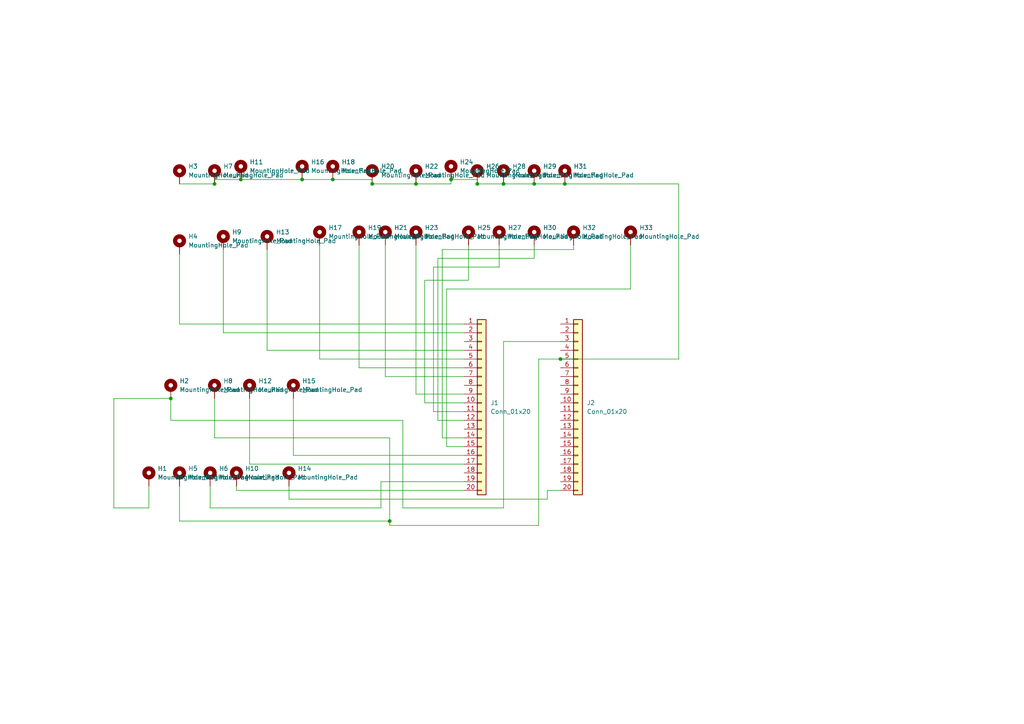
<source format=kicad_sch>
(kicad_sch (version 20211123) (generator eeschema)

  (uuid 8b7a1c63-49d3-4820-9a96-241e3e290ad9)

  (paper "A4")

  (lib_symbols
    (symbol "Connector_Generic:Conn_01x20" (pin_names (offset 1.016) hide) (in_bom yes) (on_board yes)
      (property "Reference" "J" (id 0) (at 0 25.4 0)
        (effects (font (size 1.27 1.27)))
      )
      (property "Value" "Conn_01x20" (id 1) (at 0 -27.94 0)
        (effects (font (size 1.27 1.27)))
      )
      (property "Footprint" "" (id 2) (at 0 0 0)
        (effects (font (size 1.27 1.27)) hide)
      )
      (property "Datasheet" "~" (id 3) (at 0 0 0)
        (effects (font (size 1.27 1.27)) hide)
      )
      (property "ki_keywords" "connector" (id 4) (at 0 0 0)
        (effects (font (size 1.27 1.27)) hide)
      )
      (property "ki_description" "Generic connector, single row, 01x20, script generated (kicad-library-utils/schlib/autogen/connector/)" (id 5) (at 0 0 0)
        (effects (font (size 1.27 1.27)) hide)
      )
      (property "ki_fp_filters" "Connector*:*_1x??_*" (id 6) (at 0 0 0)
        (effects (font (size 1.27 1.27)) hide)
      )
      (symbol "Conn_01x20_1_1"
        (rectangle (start -1.27 -25.273) (end 0 -25.527)
          (stroke (width 0.1524) (type default) (color 0 0 0 0))
          (fill (type none))
        )
        (rectangle (start -1.27 -22.733) (end 0 -22.987)
          (stroke (width 0.1524) (type default) (color 0 0 0 0))
          (fill (type none))
        )
        (rectangle (start -1.27 -20.193) (end 0 -20.447)
          (stroke (width 0.1524) (type default) (color 0 0 0 0))
          (fill (type none))
        )
        (rectangle (start -1.27 -17.653) (end 0 -17.907)
          (stroke (width 0.1524) (type default) (color 0 0 0 0))
          (fill (type none))
        )
        (rectangle (start -1.27 -15.113) (end 0 -15.367)
          (stroke (width 0.1524) (type default) (color 0 0 0 0))
          (fill (type none))
        )
        (rectangle (start -1.27 -12.573) (end 0 -12.827)
          (stroke (width 0.1524) (type default) (color 0 0 0 0))
          (fill (type none))
        )
        (rectangle (start -1.27 -10.033) (end 0 -10.287)
          (stroke (width 0.1524) (type default) (color 0 0 0 0))
          (fill (type none))
        )
        (rectangle (start -1.27 -7.493) (end 0 -7.747)
          (stroke (width 0.1524) (type default) (color 0 0 0 0))
          (fill (type none))
        )
        (rectangle (start -1.27 -4.953) (end 0 -5.207)
          (stroke (width 0.1524) (type default) (color 0 0 0 0))
          (fill (type none))
        )
        (rectangle (start -1.27 -2.413) (end 0 -2.667)
          (stroke (width 0.1524) (type default) (color 0 0 0 0))
          (fill (type none))
        )
        (rectangle (start -1.27 0.127) (end 0 -0.127)
          (stroke (width 0.1524) (type default) (color 0 0 0 0))
          (fill (type none))
        )
        (rectangle (start -1.27 2.667) (end 0 2.413)
          (stroke (width 0.1524) (type default) (color 0 0 0 0))
          (fill (type none))
        )
        (rectangle (start -1.27 5.207) (end 0 4.953)
          (stroke (width 0.1524) (type default) (color 0 0 0 0))
          (fill (type none))
        )
        (rectangle (start -1.27 7.747) (end 0 7.493)
          (stroke (width 0.1524) (type default) (color 0 0 0 0))
          (fill (type none))
        )
        (rectangle (start -1.27 10.287) (end 0 10.033)
          (stroke (width 0.1524) (type default) (color 0 0 0 0))
          (fill (type none))
        )
        (rectangle (start -1.27 12.827) (end 0 12.573)
          (stroke (width 0.1524) (type default) (color 0 0 0 0))
          (fill (type none))
        )
        (rectangle (start -1.27 15.367) (end 0 15.113)
          (stroke (width 0.1524) (type default) (color 0 0 0 0))
          (fill (type none))
        )
        (rectangle (start -1.27 17.907) (end 0 17.653)
          (stroke (width 0.1524) (type default) (color 0 0 0 0))
          (fill (type none))
        )
        (rectangle (start -1.27 20.447) (end 0 20.193)
          (stroke (width 0.1524) (type default) (color 0 0 0 0))
          (fill (type none))
        )
        (rectangle (start -1.27 22.987) (end 0 22.733)
          (stroke (width 0.1524) (type default) (color 0 0 0 0))
          (fill (type none))
        )
        (rectangle (start -1.27 24.13) (end 1.27 -26.67)
          (stroke (width 0.254) (type default) (color 0 0 0 0))
          (fill (type background))
        )
        (pin passive line (at -5.08 22.86 0) (length 3.81)
          (name "Pin_1" (effects (font (size 1.27 1.27))))
          (number "1" (effects (font (size 1.27 1.27))))
        )
        (pin passive line (at -5.08 0 0) (length 3.81)
          (name "Pin_10" (effects (font (size 1.27 1.27))))
          (number "10" (effects (font (size 1.27 1.27))))
        )
        (pin passive line (at -5.08 -2.54 0) (length 3.81)
          (name "Pin_11" (effects (font (size 1.27 1.27))))
          (number "11" (effects (font (size 1.27 1.27))))
        )
        (pin passive line (at -5.08 -5.08 0) (length 3.81)
          (name "Pin_12" (effects (font (size 1.27 1.27))))
          (number "12" (effects (font (size 1.27 1.27))))
        )
        (pin passive line (at -5.08 -7.62 0) (length 3.81)
          (name "Pin_13" (effects (font (size 1.27 1.27))))
          (number "13" (effects (font (size 1.27 1.27))))
        )
        (pin passive line (at -5.08 -10.16 0) (length 3.81)
          (name "Pin_14" (effects (font (size 1.27 1.27))))
          (number "14" (effects (font (size 1.27 1.27))))
        )
        (pin passive line (at -5.08 -12.7 0) (length 3.81)
          (name "Pin_15" (effects (font (size 1.27 1.27))))
          (number "15" (effects (font (size 1.27 1.27))))
        )
        (pin passive line (at -5.08 -15.24 0) (length 3.81)
          (name "Pin_16" (effects (font (size 1.27 1.27))))
          (number "16" (effects (font (size 1.27 1.27))))
        )
        (pin passive line (at -5.08 -17.78 0) (length 3.81)
          (name "Pin_17" (effects (font (size 1.27 1.27))))
          (number "17" (effects (font (size 1.27 1.27))))
        )
        (pin passive line (at -5.08 -20.32 0) (length 3.81)
          (name "Pin_18" (effects (font (size 1.27 1.27))))
          (number "18" (effects (font (size 1.27 1.27))))
        )
        (pin passive line (at -5.08 -22.86 0) (length 3.81)
          (name "Pin_19" (effects (font (size 1.27 1.27))))
          (number "19" (effects (font (size 1.27 1.27))))
        )
        (pin passive line (at -5.08 20.32 0) (length 3.81)
          (name "Pin_2" (effects (font (size 1.27 1.27))))
          (number "2" (effects (font (size 1.27 1.27))))
        )
        (pin passive line (at -5.08 -25.4 0) (length 3.81)
          (name "Pin_20" (effects (font (size 1.27 1.27))))
          (number "20" (effects (font (size 1.27 1.27))))
        )
        (pin passive line (at -5.08 17.78 0) (length 3.81)
          (name "Pin_3" (effects (font (size 1.27 1.27))))
          (number "3" (effects (font (size 1.27 1.27))))
        )
        (pin passive line (at -5.08 15.24 0) (length 3.81)
          (name "Pin_4" (effects (font (size 1.27 1.27))))
          (number "4" (effects (font (size 1.27 1.27))))
        )
        (pin passive line (at -5.08 12.7 0) (length 3.81)
          (name "Pin_5" (effects (font (size 1.27 1.27))))
          (number "5" (effects (font (size 1.27 1.27))))
        )
        (pin passive line (at -5.08 10.16 0) (length 3.81)
          (name "Pin_6" (effects (font (size 1.27 1.27))))
          (number "6" (effects (font (size 1.27 1.27))))
        )
        (pin passive line (at -5.08 7.62 0) (length 3.81)
          (name "Pin_7" (effects (font (size 1.27 1.27))))
          (number "7" (effects (font (size 1.27 1.27))))
        )
        (pin passive line (at -5.08 5.08 0) (length 3.81)
          (name "Pin_8" (effects (font (size 1.27 1.27))))
          (number "8" (effects (font (size 1.27 1.27))))
        )
        (pin passive line (at -5.08 2.54 0) (length 3.81)
          (name "Pin_9" (effects (font (size 1.27 1.27))))
          (number "9" (effects (font (size 1.27 1.27))))
        )
      )
    )
    (symbol "Mechanical:MountingHole_Pad" (pin_numbers hide) (pin_names (offset 1.016) hide) (in_bom yes) (on_board yes)
      (property "Reference" "H" (id 0) (at 0 6.35 0)
        (effects (font (size 1.27 1.27)))
      )
      (property "Value" "MountingHole_Pad" (id 1) (at 0 4.445 0)
        (effects (font (size 1.27 1.27)))
      )
      (property "Footprint" "" (id 2) (at 0 0 0)
        (effects (font (size 1.27 1.27)) hide)
      )
      (property "Datasheet" "~" (id 3) (at 0 0 0)
        (effects (font (size 1.27 1.27)) hide)
      )
      (property "ki_keywords" "mounting hole" (id 4) (at 0 0 0)
        (effects (font (size 1.27 1.27)) hide)
      )
      (property "ki_description" "Mounting Hole with connection" (id 5) (at 0 0 0)
        (effects (font (size 1.27 1.27)) hide)
      )
      (property "ki_fp_filters" "MountingHole*Pad*" (id 6) (at 0 0 0)
        (effects (font (size 1.27 1.27)) hide)
      )
      (symbol "MountingHole_Pad_0_1"
        (circle (center 0 1.27) (radius 1.27)
          (stroke (width 1.27) (type default) (color 0 0 0 0))
          (fill (type none))
        )
      )
      (symbol "MountingHole_Pad_1_1"
        (pin input line (at 0 -2.54 90) (length 2.54)
          (name "1" (effects (font (size 1.27 1.27))))
          (number "1" (effects (font (size 1.27 1.27))))
        )
      )
    )
  )


  (junction (at 130.81 52.07) (diameter 0) (color 0 0 0 0)
    (uuid 28618b01-0333-4c2f-8d06-2f07f83349b2)
  )
  (junction (at 163.83 53.34) (diameter 0) (color 0 0 0 0)
    (uuid 5b075e6e-138f-4af3-a6e2-73ca2ff62f09)
  )
  (junction (at 69.85 52.07) (diameter 0) (color 0 0 0 0)
    (uuid 5d45fdd0-ab39-496f-82d9-6172419b2694)
  )
  (junction (at 87.63 52.07) (diameter 0) (color 0 0 0 0)
    (uuid 78a5fffd-c64e-4f1d-ab43-5ae3e5972e36)
  )
  (junction (at 120.65 53.34) (diameter 0) (color 0 0 0 0)
    (uuid 7aa2c957-4090-45c6-a89f-b6a4aabb789f)
  )
  (junction (at 146.05 53.34) (diameter 0) (color 0 0 0 0)
    (uuid 8e1ac968-607e-453c-8990-f94404a4bf36)
  )
  (junction (at 113.03 151.13) (diameter 0) (color 0 0 0 0)
    (uuid 956c64e8-5fcd-41f2-82f8-0e8fe277279a)
  )
  (junction (at 49.53 115.57) (diameter 0) (color 0 0 0 0)
    (uuid 97b3a799-1a25-4756-9efc-6e847610ea30)
  )
  (junction (at 138.43 53.34) (diameter 0) (color 0 0 0 0)
    (uuid 98586a54-f85c-4454-b9a3-e2428f5c4297)
  )
  (junction (at 62.23 53.34) (diameter 0) (color 0 0 0 0)
    (uuid a90cf8e8-546f-4410-8573-296c2dfd75d5)
  )
  (junction (at 107.95 53.34) (diameter 0) (color 0 0 0 0)
    (uuid b11815fd-8572-4c5d-9829-575f7a25f354)
  )
  (junction (at 154.94 53.34) (diameter 0) (color 0 0 0 0)
    (uuid b7bfd901-b9d5-462a-9592-2ec22cea9a5a)
  )
  (junction (at 96.52 52.07) (diameter 0) (color 0 0 0 0)
    (uuid d153d16b-7860-4b5e-87ac-adcaa6e1b6c3)
  )
  (junction (at 162.56 104.14) (diameter 0) (color 0 0 0 0)
    (uuid e5b550b3-0781-4e2c-b654-02eab12ac3b1)
  )

  (wire (pts (xy 64.77 72.39) (xy 64.77 96.52))
    (stroke (width 0) (type default) (color 0 0 0 0))
    (uuid 0047c764-c116-4eab-90ef-5461cfeb8af7)
  )
  (wire (pts (xy 110.49 139.7) (xy 134.62 139.7))
    (stroke (width 0) (type default) (color 0 0 0 0))
    (uuid 015ff933-6543-4ffa-87a4-99047957e871)
  )
  (wire (pts (xy 72.39 115.57) (xy 72.39 134.62))
    (stroke (width 0) (type default) (color 0 0 0 0))
    (uuid 01826625-d734-4ffc-b656-c70668f823b3)
  )
  (wire (pts (xy 113.03 152.4) (xy 156.21 152.4))
    (stroke (width 0) (type default) (color 0 0 0 0))
    (uuid 024fdc3a-b981-4011-86a0-0b56ac04c4d6)
  )
  (wire (pts (xy 52.07 140.97) (xy 52.07 151.13))
    (stroke (width 0) (type default) (color 0 0 0 0))
    (uuid 08794e2c-b373-409a-933f-b7d231c5bc8e)
  )
  (wire (pts (xy 123.19 81.28) (xy 123.19 116.84))
    (stroke (width 0) (type default) (color 0 0 0 0))
    (uuid 0883072d-cb86-4fa3-bd91-009bf799abe7)
  )
  (wire (pts (xy 144.78 77.47) (xy 125.73 77.47))
    (stroke (width 0) (type default) (color 0 0 0 0))
    (uuid 08a568fb-3372-4053-a4a3-e5246daa915c)
  )
  (wire (pts (xy 162.56 99.06) (xy 146.05 99.06))
    (stroke (width 0) (type default) (color 0 0 0 0))
    (uuid 08f88602-d400-4ca3-a067-8d4a9b3f019d)
  )
  (wire (pts (xy 120.65 53.34) (xy 130.81 53.34))
    (stroke (width 0) (type default) (color 0 0 0 0))
    (uuid 0d7a4128-369c-4dc7-b6af-ca563dfc6031)
  )
  (wire (pts (xy 52.07 53.34) (xy 62.23 53.34))
    (stroke (width 0) (type default) (color 0 0 0 0))
    (uuid 17ea01a5-3cd2-481a-8cca-fd4be7d5b714)
  )
  (wire (pts (xy 104.14 106.68) (xy 134.62 106.68))
    (stroke (width 0) (type default) (color 0 0 0 0))
    (uuid 1d79d2ec-d2ff-4e10-9595-974f9bee8e52)
  )
  (wire (pts (xy 69.85 52.07) (xy 87.63 52.07))
    (stroke (width 0) (type default) (color 0 0 0 0))
    (uuid 229a6a53-8493-422f-abec-1fad3a48e267)
  )
  (wire (pts (xy 182.88 83.82) (xy 129.54 83.82))
    (stroke (width 0) (type default) (color 0 0 0 0))
    (uuid 2d0ebee5-b2a9-4748-abe1-66d155d2d12b)
  )
  (wire (pts (xy 130.81 52.07) (xy 138.43 52.07))
    (stroke (width 0) (type default) (color 0 0 0 0))
    (uuid 2d602a0e-4aa3-4cf9-b7c3-24a62ec1c3e9)
  )
  (wire (pts (xy 163.83 53.34) (xy 196.85 53.34))
    (stroke (width 0) (type default) (color 0 0 0 0))
    (uuid 2db19bc9-4a5a-40ac-8a40-794fe6b1ea35)
  )
  (wire (pts (xy 92.71 71.12) (xy 92.71 104.14))
    (stroke (width 0) (type default) (color 0 0 0 0))
    (uuid 30549ec2-8ecc-4cab-a4d5-bc2b5d273432)
  )
  (wire (pts (xy 111.76 109.22) (xy 134.62 109.22))
    (stroke (width 0) (type default) (color 0 0 0 0))
    (uuid 312f2f30-abbb-4ed8-b653-305c56396579)
  )
  (wire (pts (xy 33.02 115.57) (xy 33.02 147.32))
    (stroke (width 0) (type default) (color 0 0 0 0))
    (uuid 38ca33a1-946a-46b6-bc0e-02562e2534c6)
  )
  (wire (pts (xy 156.21 104.14) (xy 162.56 104.14))
    (stroke (width 0) (type default) (color 0 0 0 0))
    (uuid 3999d030-1ff1-4e5c-96f0-038a9f7ad9e6)
  )
  (wire (pts (xy 107.95 53.34) (xy 120.65 53.34))
    (stroke (width 0) (type default) (color 0 0 0 0))
    (uuid 40602046-6a88-41e9-9644-3ca987ed1ebc)
  )
  (wire (pts (xy 156.21 152.4) (xy 156.21 104.14))
    (stroke (width 0) (type default) (color 0 0 0 0))
    (uuid 4070d111-216c-4227-be9b-b2df8a7611be)
  )
  (wire (pts (xy 92.71 104.14) (xy 134.62 104.14))
    (stroke (width 0) (type default) (color 0 0 0 0))
    (uuid 4256a3c5-c5dd-4771-a83a-d6fa79f7d841)
  )
  (wire (pts (xy 85.09 132.08) (xy 85.09 115.57))
    (stroke (width 0) (type default) (color 0 0 0 0))
    (uuid 43deaf69-1202-41a5-93b8-f30b532a5bc3)
  )
  (wire (pts (xy 135.89 81.28) (xy 123.19 81.28))
    (stroke (width 0) (type default) (color 0 0 0 0))
    (uuid 474e87ad-0008-4e58-9133-5caab3e38471)
  )
  (wire (pts (xy 110.49 147.32) (xy 110.49 139.7))
    (stroke (width 0) (type default) (color 0 0 0 0))
    (uuid 49b6b0ca-6c94-414a-a68e-c80e522c7991)
  )
  (wire (pts (xy 166.37 71.12) (xy 166.37 72.39))
    (stroke (width 0) (type default) (color 0 0 0 0))
    (uuid 49ef53c2-f9ce-4317-b06f-2aa0bf5e89b6)
  )
  (wire (pts (xy 128.27 72.39) (xy 128.27 127))
    (stroke (width 0) (type default) (color 0 0 0 0))
    (uuid 4d685352-421c-4af5-a999-316001390071)
  )
  (wire (pts (xy 96.52 52.07) (xy 107.95 52.07))
    (stroke (width 0) (type default) (color 0 0 0 0))
    (uuid 4edad574-7218-4723-be8b-d6c1ac25f4a1)
  )
  (wire (pts (xy 146.05 99.06) (xy 146.05 147.32))
    (stroke (width 0) (type default) (color 0 0 0 0))
    (uuid 5474a965-0355-4dd6-a4ee-89c35e5b8101)
  )
  (wire (pts (xy 123.19 116.84) (xy 134.62 116.84))
    (stroke (width 0) (type default) (color 0 0 0 0))
    (uuid 5621772a-469e-481d-ab55-48046bc50794)
  )
  (wire (pts (xy 62.23 115.57) (xy 62.23 127))
    (stroke (width 0) (type default) (color 0 0 0 0))
    (uuid 5acb3fe7-03cc-4b24-9cb3-621dbc63e4e6)
  )
  (wire (pts (xy 116.84 121.92) (xy 49.53 121.92))
    (stroke (width 0) (type default) (color 0 0 0 0))
    (uuid 5c14e1d1-845c-4852-9e0e-907719c65518)
  )
  (wire (pts (xy 69.85 52.07) (xy 62.23 52.07))
    (stroke (width 0) (type default) (color 0 0 0 0))
    (uuid 5c3f327e-8df7-4aff-b06f-a6fa73476184)
  )
  (wire (pts (xy 128.27 127) (xy 134.62 127))
    (stroke (width 0) (type default) (color 0 0 0 0))
    (uuid 5c73cb55-f61e-4ff4-8d93-f4a73b92dad5)
  )
  (wire (pts (xy 83.82 144.78) (xy 158.75 144.78))
    (stroke (width 0) (type default) (color 0 0 0 0))
    (uuid 5c9c9e9d-a8d3-445c-a50a-5d5fd6408942)
  )
  (wire (pts (xy 154.94 53.34) (xy 163.83 53.34))
    (stroke (width 0) (type default) (color 0 0 0 0))
    (uuid 5d5193fe-cdcf-437e-b7bb-f68c6a4b5eb9)
  )
  (wire (pts (xy 113.03 151.13) (xy 113.03 152.4))
    (stroke (width 0) (type default) (color 0 0 0 0))
    (uuid 60ed7586-ad65-4add-89e1-661a20545ef3)
  )
  (wire (pts (xy 129.54 129.54) (xy 134.62 129.54))
    (stroke (width 0) (type default) (color 0 0 0 0))
    (uuid 69bdff19-b0e7-42be-a7a3-302a829d4317)
  )
  (wire (pts (xy 134.62 132.08) (xy 85.09 132.08))
    (stroke (width 0) (type default) (color 0 0 0 0))
    (uuid 69e05e65-a067-4f5c-aaaf-407b880128c7)
  )
  (wire (pts (xy 107.95 52.07) (xy 107.95 53.34))
    (stroke (width 0) (type default) (color 0 0 0 0))
    (uuid 6acbda28-d2f3-4c24-9519-e6a4c6ef8311)
  )
  (wire (pts (xy 62.23 127) (xy 113.03 127))
    (stroke (width 0) (type default) (color 0 0 0 0))
    (uuid 6cac84ae-dd61-4c8a-99a3-ee34d6534e3d)
  )
  (wire (pts (xy 68.58 142.24) (xy 134.62 142.24))
    (stroke (width 0) (type default) (color 0 0 0 0))
    (uuid 788826a3-a6bd-4293-af82-96bf59cceb15)
  )
  (wire (pts (xy 127 121.92) (xy 134.62 121.92))
    (stroke (width 0) (type default) (color 0 0 0 0))
    (uuid 7ff5a00b-ec86-4d8d-99cb-95fd60cd3c63)
  )
  (wire (pts (xy 158.75 142.24) (xy 162.56 142.24))
    (stroke (width 0) (type default) (color 0 0 0 0))
    (uuid 84020583-c002-4021-9db8-51dae86ee13e)
  )
  (wire (pts (xy 166.37 72.39) (xy 128.27 72.39))
    (stroke (width 0) (type default) (color 0 0 0 0))
    (uuid 8ba590f0-411e-4758-a094-89f548c9b6b1)
  )
  (wire (pts (xy 158.75 144.78) (xy 158.75 142.24))
    (stroke (width 0) (type default) (color 0 0 0 0))
    (uuid 916490c4-a4e9-46c4-bc6c-c9e8e382b9b7)
  )
  (wire (pts (xy 33.02 147.32) (xy 43.18 147.32))
    (stroke (width 0) (type default) (color 0 0 0 0))
    (uuid 94ada793-9a3b-4a38-bf60-29ccd34680a6)
  )
  (wire (pts (xy 72.39 134.62) (xy 134.62 134.62))
    (stroke (width 0) (type default) (color 0 0 0 0))
    (uuid 952c386d-30de-4fea-881c-3474fd2b8002)
  )
  (wire (pts (xy 120.65 71.12) (xy 120.65 114.3))
    (stroke (width 0) (type default) (color 0 0 0 0))
    (uuid 980fba2d-d510-47d3-8bcc-e4275b39d092)
  )
  (wire (pts (xy 52.07 151.13) (xy 113.03 151.13))
    (stroke (width 0) (type default) (color 0 0 0 0))
    (uuid 9c21c541-92ab-45ac-91dc-c1b2a4f42a4b)
  )
  (wire (pts (xy 104.14 71.12) (xy 104.14 106.68))
    (stroke (width 0) (type default) (color 0 0 0 0))
    (uuid 9c66efff-15ad-4784-8bd3-22c63efc8703)
  )
  (wire (pts (xy 111.76 71.12) (xy 111.76 109.22))
    (stroke (width 0) (type default) (color 0 0 0 0))
    (uuid 9d4a0dc3-c365-48d6-b032-e80b0464ac49)
  )
  (wire (pts (xy 49.53 115.57) (xy 33.02 115.57))
    (stroke (width 0) (type default) (color 0 0 0 0))
    (uuid 9d819fbf-a106-452d-9765-454bcdfed4b1)
  )
  (wire (pts (xy 43.18 147.32) (xy 43.18 140.97))
    (stroke (width 0) (type default) (color 0 0 0 0))
    (uuid 9fe6d7bd-08ae-4346-b4b1-9d03922effe7)
  )
  (wire (pts (xy 64.77 96.52) (xy 134.62 96.52))
    (stroke (width 0) (type default) (color 0 0 0 0))
    (uuid a17eeab9-661c-4336-a77b-a7457363284a)
  )
  (wire (pts (xy 77.47 72.39) (xy 77.47 101.6))
    (stroke (width 0) (type default) (color 0 0 0 0))
    (uuid a3c46f6d-3677-4f84-93bf-ae41922e23ee)
  )
  (wire (pts (xy 125.73 119.38) (xy 134.62 119.38))
    (stroke (width 0) (type default) (color 0 0 0 0))
    (uuid a786b090-1a03-4745-8d98-939f07753f3e)
  )
  (wire (pts (xy 62.23 52.07) (xy 62.23 53.34))
    (stroke (width 0) (type default) (color 0 0 0 0))
    (uuid aa79bafa-72c2-4b74-a299-eee394cb0462)
  )
  (wire (pts (xy 125.73 77.47) (xy 125.73 119.38))
    (stroke (width 0) (type default) (color 0 0 0 0))
    (uuid ab32a575-544e-4324-899f-012b63633b60)
  )
  (wire (pts (xy 60.96 140.97) (xy 60.96 147.32))
    (stroke (width 0) (type default) (color 0 0 0 0))
    (uuid aecd1810-b88b-49ac-b2a0-9fca0a2f8bf0)
  )
  (wire (pts (xy 120.65 114.3) (xy 134.62 114.3))
    (stroke (width 0) (type default) (color 0 0 0 0))
    (uuid b18eca44-8f16-418c-8616-d4c9403ad513)
  )
  (wire (pts (xy 116.84 147.32) (xy 116.84 121.92))
    (stroke (width 0) (type default) (color 0 0 0 0))
    (uuid b23458b8-243d-40b1-bfd7-7d87b35a3cb5)
  )
  (wire (pts (xy 87.63 52.07) (xy 96.52 52.07))
    (stroke (width 0) (type default) (color 0 0 0 0))
    (uuid b498c651-49fb-4d1c-8331-471f7566b0d9)
  )
  (wire (pts (xy 49.53 121.92) (xy 49.53 115.57))
    (stroke (width 0) (type default) (color 0 0 0 0))
    (uuid b76c20bf-15d7-40ea-a5a8-4c9a7c867c6d)
  )
  (wire (pts (xy 154.94 74.93) (xy 127 74.93))
    (stroke (width 0) (type default) (color 0 0 0 0))
    (uuid c013ec2a-7576-47ab-ad42-6a7a798358a6)
  )
  (wire (pts (xy 196.85 104.14) (xy 162.56 104.14))
    (stroke (width 0) (type default) (color 0 0 0 0))
    (uuid c5ce89e8-f496-4685-8f7d-48e969debde0)
  )
  (wire (pts (xy 68.58 140.97) (xy 68.58 142.24))
    (stroke (width 0) (type default) (color 0 0 0 0))
    (uuid c756c0d0-04a9-4699-95b2-47e44769794a)
  )
  (wire (pts (xy 130.81 53.34) (xy 130.81 52.07))
    (stroke (width 0) (type default) (color 0 0 0 0))
    (uuid cd3f2e40-11a7-4755-9d69-7eca12dada35)
  )
  (wire (pts (xy 83.82 140.97) (xy 83.82 144.78))
    (stroke (width 0) (type default) (color 0 0 0 0))
    (uuid d0809410-7a57-4934-8d53-99864c6dfd39)
  )
  (wire (pts (xy 138.43 53.34) (xy 146.05 53.34))
    (stroke (width 0) (type default) (color 0 0 0 0))
    (uuid d98c131f-e1ea-44a8-8d3a-314757c76ae3)
  )
  (wire (pts (xy 52.07 93.98) (xy 134.62 93.98))
    (stroke (width 0) (type default) (color 0 0 0 0))
    (uuid dd776f47-f6ce-4152-9c50-8b303b37c78b)
  )
  (wire (pts (xy 154.94 71.12) (xy 154.94 74.93))
    (stroke (width 0) (type default) (color 0 0 0 0))
    (uuid de1450f9-b8cb-46a0-9cde-87a346bcbbaa)
  )
  (wire (pts (xy 77.47 101.6) (xy 134.62 101.6))
    (stroke (width 0) (type default) (color 0 0 0 0))
    (uuid df80813f-a589-43e2-add3-bab9e69c9dff)
  )
  (wire (pts (xy 144.78 71.12) (xy 144.78 77.47))
    (stroke (width 0) (type default) (color 0 0 0 0))
    (uuid e08650d3-cd1e-4699-bf7d-8c337b416268)
  )
  (wire (pts (xy 182.88 71.12) (xy 182.88 83.82))
    (stroke (width 0) (type default) (color 0 0 0 0))
    (uuid e3e6dce3-948d-42ca-a757-22f4f199dc2d)
  )
  (wire (pts (xy 135.89 71.12) (xy 135.89 81.28))
    (stroke (width 0) (type default) (color 0 0 0 0))
    (uuid eb1a2b6e-7bdf-43e7-809b-3bf37dac683c)
  )
  (wire (pts (xy 146.05 147.32) (xy 116.84 147.32))
    (stroke (width 0) (type default) (color 0 0 0 0))
    (uuid eb6cf9e7-0756-4ce0-a3f8-923a787d2592)
  )
  (wire (pts (xy 196.85 53.34) (xy 196.85 104.14))
    (stroke (width 0) (type default) (color 0 0 0 0))
    (uuid ec5f8e3d-389a-4d74-a751-ebc71482ea53)
  )
  (wire (pts (xy 113.03 127) (xy 113.03 151.13))
    (stroke (width 0) (type default) (color 0 0 0 0))
    (uuid ec7f69f0-ae0e-480f-8919-ee1249575d33)
  )
  (wire (pts (xy 146.05 53.34) (xy 154.94 53.34))
    (stroke (width 0) (type default) (color 0 0 0 0))
    (uuid ec860820-8fb2-42b3-bb5d-b3c4f9ffe31e)
  )
  (wire (pts (xy 138.43 52.07) (xy 138.43 53.34))
    (stroke (width 0) (type default) (color 0 0 0 0))
    (uuid f4a59f93-2475-4fe5-9291-3f2816ad2fcc)
  )
  (wire (pts (xy 129.54 83.82) (xy 129.54 129.54))
    (stroke (width 0) (type default) (color 0 0 0 0))
    (uuid f6284ecc-2477-45a8-95b9-98a5ee608eef)
  )
  (wire (pts (xy 52.07 73.66) (xy 52.07 93.98))
    (stroke (width 0) (type default) (color 0 0 0 0))
    (uuid f7de5234-c5bb-4367-99df-942b2919eb1b)
  )
  (wire (pts (xy 60.96 147.32) (xy 110.49 147.32))
    (stroke (width 0) (type default) (color 0 0 0 0))
    (uuid f90f0826-cb24-4d66-9479-e0a797e3f4a3)
  )
  (wire (pts (xy 127 74.93) (xy 127 121.92))
    (stroke (width 0) (type default) (color 0 0 0 0))
    (uuid fecb0dfc-09a1-4bd3-abf5-ff2a0931d0f2)
  )

  (symbol (lib_id "Mechanical:MountingHole_Pad") (at 135.89 68.58 0) (unit 1)
    (in_bom yes) (on_board yes) (fields_autoplaced)
    (uuid 01866e7d-1bd8-4a82-a125-1c9649340889)
    (property "Reference" "H25" (id 0) (at 138.43 66.0399 0)
      (effects (font (size 1.27 1.27)) (justify left))
    )
    (property "Value" "MountingHole_Pad" (id 1) (at 138.43 68.5799 0)
      (effects (font (size 1.27 1.27)) (justify left))
    )
    (property "Footprint" "MountingHole:MountingHole_2.1mm" (id 2) (at 135.89 68.58 0)
      (effects (font (size 1.27 1.27)) hide)
    )
    (property "Datasheet" "~" (id 3) (at 135.89 68.58 0)
      (effects (font (size 1.27 1.27)) hide)
    )
    (pin "1" (uuid b0037cc3-9614-4988-b6d4-b2a969a9930d))
  )

  (symbol (lib_id "Mechanical:MountingHole_Pad") (at 68.58 138.43 0) (unit 1)
    (in_bom yes) (on_board yes) (fields_autoplaced)
    (uuid 04761a10-95bf-4779-bbea-b961e6a71eb0)
    (property "Reference" "H10" (id 0) (at 71.12 135.8899 0)
      (effects (font (size 1.27 1.27)) (justify left))
    )
    (property "Value" "MountingHole_Pad" (id 1) (at 71.12 138.4299 0)
      (effects (font (size 1.27 1.27)) (justify left))
    )
    (property "Footprint" "MountingHole:MountingHole_2.1mm" (id 2) (at 68.58 138.43 0)
      (effects (font (size 1.27 1.27)) hide)
    )
    (property "Datasheet" "~" (id 3) (at 68.58 138.43 0)
      (effects (font (size 1.27 1.27)) hide)
    )
    (pin "1" (uuid 93f1ab46-9ba0-470c-9944-ac885b3a54ed))
  )

  (symbol (lib_id "Mechanical:MountingHole_Pad") (at 62.23 50.8 0) (unit 1)
    (in_bom yes) (on_board yes) (fields_autoplaced)
    (uuid 16fe2e72-6be8-4092-ac3a-5587c397ce4f)
    (property "Reference" "H7" (id 0) (at 64.77 48.2599 0)
      (effects (font (size 1.27 1.27)) (justify left))
    )
    (property "Value" "MountingHole_Pad" (id 1) (at 64.77 50.7999 0)
      (effects (font (size 1.27 1.27)) (justify left))
    )
    (property "Footprint" "MountingHole:MountingHole_2.1mm" (id 2) (at 62.23 50.8 0)
      (effects (font (size 1.27 1.27)) hide)
    )
    (property "Datasheet" "~" (id 3) (at 62.23 50.8 0)
      (effects (font (size 1.27 1.27)) hide)
    )
    (pin "1" (uuid 1374471b-6808-453e-993e-2ba81037ff23))
  )

  (symbol (lib_id "Mechanical:MountingHole_Pad") (at 96.52 49.53 0) (unit 1)
    (in_bom yes) (on_board yes) (fields_autoplaced)
    (uuid 1a7caec0-d160-45e4-b08f-5689e060dbb6)
    (property "Reference" "H18" (id 0) (at 99.06 46.9899 0)
      (effects (font (size 1.27 1.27)) (justify left))
    )
    (property "Value" "MountingHole_Pad" (id 1) (at 99.06 49.5299 0)
      (effects (font (size 1.27 1.27)) (justify left))
    )
    (property "Footprint" "MountingHole:MountingHole_2.1mm" (id 2) (at 96.52 49.53 0)
      (effects (font (size 1.27 1.27)) hide)
    )
    (property "Datasheet" "~" (id 3) (at 96.52 49.53 0)
      (effects (font (size 1.27 1.27)) hide)
    )
    (pin "1" (uuid b4af49bd-8c03-49d4-9ee4-9afbc29bb643))
  )

  (symbol (lib_id "Mechanical:MountingHole_Pad") (at 77.47 69.85 0) (unit 1)
    (in_bom yes) (on_board yes) (fields_autoplaced)
    (uuid 1c989239-89fe-4be2-82c0-8c2d98284ab8)
    (property "Reference" "H13" (id 0) (at 80.01 67.3099 0)
      (effects (font (size 1.27 1.27)) (justify left))
    )
    (property "Value" "MountingHole_Pad" (id 1) (at 80.01 69.8499 0)
      (effects (font (size 1.27 1.27)) (justify left))
    )
    (property "Footprint" "MountingHole:MountingHole_2.1mm" (id 2) (at 77.47 69.85 0)
      (effects (font (size 1.27 1.27)) hide)
    )
    (property "Datasheet" "~" (id 3) (at 77.47 69.85 0)
      (effects (font (size 1.27 1.27)) hide)
    )
    (pin "1" (uuid c332e73a-892e-40de-b569-bd01d647ca2a))
  )

  (symbol (lib_id "Mechanical:MountingHole_Pad") (at 60.96 138.43 0) (unit 1)
    (in_bom yes) (on_board yes) (fields_autoplaced)
    (uuid 20e2e12d-5714-4e6d-b4e7-710f4b1b4085)
    (property "Reference" "H6" (id 0) (at 63.5 135.8899 0)
      (effects (font (size 1.27 1.27)) (justify left))
    )
    (property "Value" "MountingHole_Pad" (id 1) (at 63.5 138.4299 0)
      (effects (font (size 1.27 1.27)) (justify left))
    )
    (property "Footprint" "MountingHole:MountingHole_2.1mm" (id 2) (at 60.96 138.43 0)
      (effects (font (size 1.27 1.27)) hide)
    )
    (property "Datasheet" "~" (id 3) (at 60.96 138.43 0)
      (effects (font (size 1.27 1.27)) hide)
    )
    (pin "1" (uuid cbec107d-ff92-4150-aa3e-4e91406cc67e))
  )

  (symbol (lib_id "Mechanical:MountingHole_Pad") (at 62.23 113.03 0) (unit 1)
    (in_bom yes) (on_board yes) (fields_autoplaced)
    (uuid 283a288a-a05e-4d8a-85d9-339bd43d929d)
    (property "Reference" "H8" (id 0) (at 64.77 110.4899 0)
      (effects (font (size 1.27 1.27)) (justify left))
    )
    (property "Value" "MountingHole_Pad" (id 1) (at 64.77 113.0299 0)
      (effects (font (size 1.27 1.27)) (justify left))
    )
    (property "Footprint" "MountingHole:MountingHole_2.1mm" (id 2) (at 62.23 113.03 0)
      (effects (font (size 1.27 1.27)) hide)
    )
    (property "Datasheet" "~" (id 3) (at 62.23 113.03 0)
      (effects (font (size 1.27 1.27)) hide)
    )
    (pin "1" (uuid 1ea2f9b5-c1d6-4e8a-a3d4-a2f7eff26a5d))
  )

  (symbol (lib_id "Mechanical:MountingHole_Pad") (at 104.14 68.58 0) (unit 1)
    (in_bom yes) (on_board yes) (fields_autoplaced)
    (uuid 36a11013-7e15-489f-93a8-75bb581c2dc4)
    (property "Reference" "H19" (id 0) (at 106.68 66.0399 0)
      (effects (font (size 1.27 1.27)) (justify left))
    )
    (property "Value" "MountingHole_Pad" (id 1) (at 106.68 68.5799 0)
      (effects (font (size 1.27 1.27)) (justify left))
    )
    (property "Footprint" "MountingHole:MountingHole_2.1mm" (id 2) (at 104.14 68.58 0)
      (effects (font (size 1.27 1.27)) hide)
    )
    (property "Datasheet" "~" (id 3) (at 104.14 68.58 0)
      (effects (font (size 1.27 1.27)) hide)
    )
    (pin "1" (uuid 3185a32e-1550-431b-a863-042abe387de0))
  )

  (symbol (lib_id "Mechanical:MountingHole_Pad") (at 120.65 50.8 0) (unit 1)
    (in_bom yes) (on_board yes) (fields_autoplaced)
    (uuid 3d7edb02-1096-42d2-ace9-a295f88852ad)
    (property "Reference" "H22" (id 0) (at 123.19 48.2599 0)
      (effects (font (size 1.27 1.27)) (justify left))
    )
    (property "Value" "MountingHole_Pad" (id 1) (at 123.19 50.7999 0)
      (effects (font (size 1.27 1.27)) (justify left))
    )
    (property "Footprint" "MountingHole:MountingHole_2.1mm" (id 2) (at 120.65 50.8 0)
      (effects (font (size 1.27 1.27)) hide)
    )
    (property "Datasheet" "~" (id 3) (at 120.65 50.8 0)
      (effects (font (size 1.27 1.27)) hide)
    )
    (pin "1" (uuid eb33ec68-1898-4005-9642-c9c9cf90921b))
  )

  (symbol (lib_id "Mechanical:MountingHole_Pad") (at 87.63 49.53 0) (unit 1)
    (in_bom yes) (on_board yes) (fields_autoplaced)
    (uuid 3e4496a5-2c93-44e6-979b-fa9e40a9c29a)
    (property "Reference" "H16" (id 0) (at 90.17 46.9899 0)
      (effects (font (size 1.27 1.27)) (justify left))
    )
    (property "Value" "MountingHole_Pad" (id 1) (at 90.17 49.5299 0)
      (effects (font (size 1.27 1.27)) (justify left))
    )
    (property "Footprint" "MountingHole:MountingHole_2.1mm" (id 2) (at 87.63 49.53 0)
      (effects (font (size 1.27 1.27)) hide)
    )
    (property "Datasheet" "~" (id 3) (at 87.63 49.53 0)
      (effects (font (size 1.27 1.27)) hide)
    )
    (pin "1" (uuid 033434ac-048a-4e91-ad11-7e1abd25c9a7))
  )

  (symbol (lib_id "Mechanical:MountingHole_Pad") (at 72.39 113.03 0) (unit 1)
    (in_bom yes) (on_board yes) (fields_autoplaced)
    (uuid 44f403eb-e585-4494-98a8-57a2d26aa80b)
    (property "Reference" "H12" (id 0) (at 74.93 110.4899 0)
      (effects (font (size 1.27 1.27)) (justify left))
    )
    (property "Value" "MountingHole_Pad" (id 1) (at 74.93 113.0299 0)
      (effects (font (size 1.27 1.27)) (justify left))
    )
    (property "Footprint" "MountingHole:MountingHole_2.1mm" (id 2) (at 72.39 113.03 0)
      (effects (font (size 1.27 1.27)) hide)
    )
    (property "Datasheet" "~" (id 3) (at 72.39 113.03 0)
      (effects (font (size 1.27 1.27)) hide)
    )
    (pin "1" (uuid 552dd853-6e77-4ac1-b08e-babba97bd212))
  )

  (symbol (lib_id "Mechanical:MountingHole_Pad") (at 166.37 68.58 0) (unit 1)
    (in_bom yes) (on_board yes) (fields_autoplaced)
    (uuid 51563621-0324-4cf7-8012-4fe667418dd8)
    (property "Reference" "H32" (id 0) (at 168.91 66.0399 0)
      (effects (font (size 1.27 1.27)) (justify left))
    )
    (property "Value" "MountingHole_Pad" (id 1) (at 168.91 68.5799 0)
      (effects (font (size 1.27 1.27)) (justify left))
    )
    (property "Footprint" "MountingHole:MountingHole_2.1mm" (id 2) (at 166.37 68.58 0)
      (effects (font (size 1.27 1.27)) hide)
    )
    (property "Datasheet" "~" (id 3) (at 166.37 68.58 0)
      (effects (font (size 1.27 1.27)) hide)
    )
    (pin "1" (uuid 9826b684-0b4b-4b3c-88b1-404fc8a11820))
  )

  (symbol (lib_id "Mechanical:MountingHole_Pad") (at 182.88 68.58 0) (unit 1)
    (in_bom yes) (on_board yes) (fields_autoplaced)
    (uuid 566774a5-0d2d-481a-9378-43b60c386df4)
    (property "Reference" "H33" (id 0) (at 185.42 66.0399 0)
      (effects (font (size 1.27 1.27)) (justify left))
    )
    (property "Value" "MountingHole_Pad" (id 1) (at 185.42 68.5799 0)
      (effects (font (size 1.27 1.27)) (justify left))
    )
    (property "Footprint" "MountingHole:MountingHole_2.1mm" (id 2) (at 182.88 68.58 0)
      (effects (font (size 1.27 1.27)) hide)
    )
    (property "Datasheet" "~" (id 3) (at 182.88 68.58 0)
      (effects (font (size 1.27 1.27)) hide)
    )
    (pin "1" (uuid cfedd267-6594-44ee-91a6-5bce8bc35bb3))
  )

  (symbol (lib_id "Mechanical:MountingHole_Pad") (at 85.09 113.03 0) (unit 1)
    (in_bom yes) (on_board yes) (fields_autoplaced)
    (uuid 5e2ada98-bf6f-44ac-98a6-1d2bcf103825)
    (property "Reference" "H15" (id 0) (at 87.63 110.4899 0)
      (effects (font (size 1.27 1.27)) (justify left))
    )
    (property "Value" "MountingHole_Pad" (id 1) (at 87.63 113.0299 0)
      (effects (font (size 1.27 1.27)) (justify left))
    )
    (property "Footprint" "MountingHole:MountingHole_2.1mm" (id 2) (at 85.09 113.03 0)
      (effects (font (size 1.27 1.27)) hide)
    )
    (property "Datasheet" "~" (id 3) (at 85.09 113.03 0)
      (effects (font (size 1.27 1.27)) hide)
    )
    (pin "1" (uuid 7b505014-e10b-482c-8cf8-722704f1fe5f))
  )

  (symbol (lib_id "Mechanical:MountingHole_Pad") (at 52.07 71.12 0) (unit 1)
    (in_bom yes) (on_board yes) (fields_autoplaced)
    (uuid 6cce0bba-e2f4-475a-9717-9d2d6957ef46)
    (property "Reference" "H4" (id 0) (at 54.61 68.5799 0)
      (effects (font (size 1.27 1.27)) (justify left))
    )
    (property "Value" "MountingHole_Pad" (id 1) (at 54.61 71.1199 0)
      (effects (font (size 1.27 1.27)) (justify left))
    )
    (property "Footprint" "MountingHole:MountingHole_2.1mm" (id 2) (at 52.07 71.12 0)
      (effects (font (size 1.27 1.27)) hide)
    )
    (property "Datasheet" "~" (id 3) (at 52.07 71.12 0)
      (effects (font (size 1.27 1.27)) hide)
    )
    (pin "1" (uuid 0a4c7960-5b9f-4aae-81ab-4ee877f096cd))
  )

  (symbol (lib_id "Mechanical:MountingHole_Pad") (at 43.18 138.43 0) (unit 1)
    (in_bom yes) (on_board yes) (fields_autoplaced)
    (uuid 73170c92-a591-492f-ab80-ae5f7ffc928b)
    (property "Reference" "H1" (id 0) (at 45.72 135.8899 0)
      (effects (font (size 1.27 1.27)) (justify left))
    )
    (property "Value" "MountingHole_Pad" (id 1) (at 45.72 138.4299 0)
      (effects (font (size 1.27 1.27)) (justify left))
    )
    (property "Footprint" "MountingHole:MountingHole_2.1mm" (id 2) (at 43.18 138.43 0)
      (effects (font (size 1.27 1.27)) hide)
    )
    (property "Datasheet" "~" (id 3) (at 43.18 138.43 0)
      (effects (font (size 1.27 1.27)) hide)
    )
    (pin "1" (uuid 62ff51c6-7e8f-4873-a1bf-08280777f704))
  )

  (symbol (lib_id "Mechanical:MountingHole_Pad") (at 146.05 50.8 0) (unit 1)
    (in_bom yes) (on_board yes) (fields_autoplaced)
    (uuid 7bd57c1d-bbcf-4e3f-a2e1-f3287e794599)
    (property "Reference" "H28" (id 0) (at 148.59 48.2599 0)
      (effects (font (size 1.27 1.27)) (justify left))
    )
    (property "Value" "MountingHole_Pad" (id 1) (at 148.59 50.7999 0)
      (effects (font (size 1.27 1.27)) (justify left))
    )
    (property "Footprint" "MountingHole:MountingHole_2.1mm" (id 2) (at 146.05 50.8 0)
      (effects (font (size 1.27 1.27)) hide)
    )
    (property "Datasheet" "~" (id 3) (at 146.05 50.8 0)
      (effects (font (size 1.27 1.27)) hide)
    )
    (pin "1" (uuid baeef9a7-ce84-480d-a985-97b8e0d8c507))
  )

  (symbol (lib_id "Mechanical:MountingHole_Pad") (at 120.65 68.58 0) (unit 1)
    (in_bom yes) (on_board yes) (fields_autoplaced)
    (uuid 8e51af3c-fdce-43c5-affa-e9ae8dc03d05)
    (property "Reference" "H23" (id 0) (at 123.19 66.0399 0)
      (effects (font (size 1.27 1.27)) (justify left))
    )
    (property "Value" "MountingHole_Pad" (id 1) (at 123.19 68.5799 0)
      (effects (font (size 1.27 1.27)) (justify left))
    )
    (property "Footprint" "MountingHole:MountingHole_2.1mm" (id 2) (at 120.65 68.58 0)
      (effects (font (size 1.27 1.27)) hide)
    )
    (property "Datasheet" "~" (id 3) (at 120.65 68.58 0)
      (effects (font (size 1.27 1.27)) hide)
    )
    (pin "1" (uuid 3fca73bc-e2b5-4f79-a256-68b317d36452))
  )

  (symbol (lib_id "Connector_Generic:Conn_01x20") (at 167.64 116.84 0) (unit 1)
    (in_bom yes) (on_board yes) (fields_autoplaced)
    (uuid 930d363e-00c8-41ab-845b-abaccd69a3e3)
    (property "Reference" "J2" (id 0) (at 170.18 116.8399 0)
      (effects (font (size 1.27 1.27)) (justify left))
    )
    (property "Value" "Conn_01x20" (id 1) (at 170.18 119.3799 0)
      (effects (font (size 1.27 1.27)) (justify left))
    )
    (property "Footprint" "Connector_PinSocket_2.54mm:PinSocket_1x20_P2.54mm_Vertical" (id 2) (at 167.64 116.84 0)
      (effects (font (size 1.27 1.27)) hide)
    )
    (property "Datasheet" "~" (id 3) (at 167.64 116.84 0)
      (effects (font (size 1.27 1.27)) hide)
    )
    (pin "1" (uuid 034b52bb-8285-4806-a511-1de8b7f825fe))
    (pin "10" (uuid ebd41da0-20f7-487b-82fe-cf96c94f5b2d))
    (pin "11" (uuid 96a33c1d-2e21-4127-9bfa-94bc38ccde46))
    (pin "12" (uuid 1063e7e4-e35a-4023-99ae-28a2cf73b999))
    (pin "13" (uuid 930f2279-31d1-47a6-88f7-d714b2cec25f))
    (pin "14" (uuid aeeab1b3-a4b2-4345-b0ab-14ec608641ec))
    (pin "15" (uuid 62475df4-aa92-45a6-8c60-a81f366f60f0))
    (pin "16" (uuid b2a24bc0-3548-472d-8ff7-83043236723d))
    (pin "17" (uuid f0e67e49-e8f4-4dca-8caf-ebf9d02c3582))
    (pin "18" (uuid c108a285-4ae4-41e3-a349-ccfe8b7a88d4))
    (pin "19" (uuid 27252197-a00b-4979-8ebd-01e7a67fbb37))
    (pin "2" (uuid 812ebc04-b1bd-461d-acb4-35d9a303a11b))
    (pin "20" (uuid dee7fba9-13ad-490c-bbdf-3dcee5ea63ca))
    (pin "3" (uuid bbc958bb-529e-4f5b-9900-46a4a53327fd))
    (pin "4" (uuid 0a6fbd20-edd7-4177-94d7-110d86f2728d))
    (pin "5" (uuid 374ea660-95e5-45fb-a006-20ae5ced2d29))
    (pin "6" (uuid 9e5d1040-3a31-4aac-83ba-31836033bba6))
    (pin "7" (uuid fb04f4ce-aea5-4b47-bc2a-7e7af4125b89))
    (pin "8" (uuid 67dc8777-6c81-4d14-a04f-2bf990b9ac58))
    (pin "9" (uuid 6f3077e9-e6d3-4c8f-b15c-d5856167cc3c))
  )

  (symbol (lib_id "Mechanical:MountingHole_Pad") (at 49.53 113.03 0) (unit 1)
    (in_bom yes) (on_board yes) (fields_autoplaced)
    (uuid 97486648-4ad8-40fa-bc33-82b9bc4fe065)
    (property "Reference" "H2" (id 0) (at 52.07 110.4899 0)
      (effects (font (size 1.27 1.27)) (justify left))
    )
    (property "Value" "MountingHole_Pad" (id 1) (at 52.07 113.0299 0)
      (effects (font (size 1.27 1.27)) (justify left))
    )
    (property "Footprint" "MountingHole:MountingHole_2.1mm" (id 2) (at 49.53 113.03 0)
      (effects (font (size 1.27 1.27)) hide)
    )
    (property "Datasheet" "~" (id 3) (at 49.53 113.03 0)
      (effects (font (size 1.27 1.27)) hide)
    )
    (pin "1" (uuid 569f6402-3181-4ae0-ba62-4f36a1d9c88a))
  )

  (symbol (lib_id "Mechanical:MountingHole_Pad") (at 64.77 69.85 0) (unit 1)
    (in_bom yes) (on_board yes) (fields_autoplaced)
    (uuid a2b51568-72fd-450e-9691-ad452dd3ca49)
    (property "Reference" "H9" (id 0) (at 67.31 67.3099 0)
      (effects (font (size 1.27 1.27)) (justify left))
    )
    (property "Value" "MountingHole_Pad" (id 1) (at 67.31 69.8499 0)
      (effects (font (size 1.27 1.27)) (justify left))
    )
    (property "Footprint" "MountingHole:MountingHole_2.1mm" (id 2) (at 64.77 69.85 0)
      (effects (font (size 1.27 1.27)) hide)
    )
    (property "Datasheet" "~" (id 3) (at 64.77 69.85 0)
      (effects (font (size 1.27 1.27)) hide)
    )
    (pin "1" (uuid 7002d837-fa36-4265-a80f-71b212a02668))
  )

  (symbol (lib_id "Mechanical:MountingHole_Pad") (at 52.07 138.43 0) (unit 1)
    (in_bom yes) (on_board yes) (fields_autoplaced)
    (uuid a5a94192-a4b5-43fc-85ca-d1e5eb4182c9)
    (property "Reference" "H5" (id 0) (at 54.61 135.8899 0)
      (effects (font (size 1.27 1.27)) (justify left))
    )
    (property "Value" "MountingHole_Pad" (id 1) (at 54.61 138.4299 0)
      (effects (font (size 1.27 1.27)) (justify left))
    )
    (property "Footprint" "MountingHole:MountingHole_2.1mm" (id 2) (at 52.07 138.43 0)
      (effects (font (size 1.27 1.27)) hide)
    )
    (property "Datasheet" "~" (id 3) (at 52.07 138.43 0)
      (effects (font (size 1.27 1.27)) hide)
    )
    (pin "1" (uuid 65610db4-d198-41ce-86ab-b13d1b4b83e2))
  )

  (symbol (lib_id "Mechanical:MountingHole_Pad") (at 107.95 50.8 0) (unit 1)
    (in_bom yes) (on_board yes) (fields_autoplaced)
    (uuid aabb457a-2307-42c8-af42-c86e4c6cc401)
    (property "Reference" "H20" (id 0) (at 110.49 48.2599 0)
      (effects (font (size 1.27 1.27)) (justify left))
    )
    (property "Value" "MountingHole_Pad" (id 1) (at 110.49 50.7999 0)
      (effects (font (size 1.27 1.27)) (justify left))
    )
    (property "Footprint" "MountingHole:MountingHole_2.1mm" (id 2) (at 107.95 50.8 0)
      (effects (font (size 1.27 1.27)) hide)
    )
    (property "Datasheet" "~" (id 3) (at 107.95 50.8 0)
      (effects (font (size 1.27 1.27)) hide)
    )
    (pin "1" (uuid 59e333bc-0916-4ed2-87fd-9ebe838be826))
  )

  (symbol (lib_id "Mechanical:MountingHole_Pad") (at 154.94 50.8 0) (unit 1)
    (in_bom yes) (on_board yes) (fields_autoplaced)
    (uuid ad5c7398-25e9-4671-a909-8fdb24d85281)
    (property "Reference" "H29" (id 0) (at 157.48 48.2599 0)
      (effects (font (size 1.27 1.27)) (justify left))
    )
    (property "Value" "MountingHole_Pad" (id 1) (at 157.48 50.7999 0)
      (effects (font (size 1.27 1.27)) (justify left))
    )
    (property "Footprint" "MountingHole:MountingHole_2.1mm" (id 2) (at 154.94 50.8 0)
      (effects (font (size 1.27 1.27)) hide)
    )
    (property "Datasheet" "~" (id 3) (at 154.94 50.8 0)
      (effects (font (size 1.27 1.27)) hide)
    )
    (pin "1" (uuid 8c7acc38-aa43-4ab1-84bb-a078ae1474db))
  )

  (symbol (lib_id "Mechanical:MountingHole_Pad") (at 154.94 68.58 0) (unit 1)
    (in_bom yes) (on_board yes) (fields_autoplaced)
    (uuid af39844e-22a9-4995-bd75-c3441ae91fd8)
    (property "Reference" "H30" (id 0) (at 157.48 66.0399 0)
      (effects (font (size 1.27 1.27)) (justify left))
    )
    (property "Value" "MountingHole_Pad" (id 1) (at 157.48 68.5799 0)
      (effects (font (size 1.27 1.27)) (justify left))
    )
    (property "Footprint" "MountingHole:MountingHole_2.1mm" (id 2) (at 154.94 68.58 0)
      (effects (font (size 1.27 1.27)) hide)
    )
    (property "Datasheet" "~" (id 3) (at 154.94 68.58 0)
      (effects (font (size 1.27 1.27)) hide)
    )
    (pin "1" (uuid 548b9d1a-e16b-479d-8f65-e60e9bd0b6ec))
  )

  (symbol (lib_id "Mechanical:MountingHole_Pad") (at 163.83 50.8 0) (unit 1)
    (in_bom yes) (on_board yes) (fields_autoplaced)
    (uuid b549cf08-d2e1-44fb-8eec-38febea36d97)
    (property "Reference" "H31" (id 0) (at 166.37 48.2599 0)
      (effects (font (size 1.27 1.27)) (justify left))
    )
    (property "Value" "MountingHole_Pad" (id 1) (at 166.37 50.7999 0)
      (effects (font (size 1.27 1.27)) (justify left))
    )
    (property "Footprint" "MountingHole:MountingHole_2.1mm" (id 2) (at 163.83 50.8 0)
      (effects (font (size 1.27 1.27)) hide)
    )
    (property "Datasheet" "~" (id 3) (at 163.83 50.8 0)
      (effects (font (size 1.27 1.27)) hide)
    )
    (pin "1" (uuid d36b01b3-dcf1-4198-9465-b55b61221932))
  )

  (symbol (lib_id "Mechanical:MountingHole_Pad") (at 83.82 138.43 0) (unit 1)
    (in_bom yes) (on_board yes) (fields_autoplaced)
    (uuid c6ae39cf-5ec2-4001-ab1a-3b10dac850c4)
    (property "Reference" "H14" (id 0) (at 86.36 135.8899 0)
      (effects (font (size 1.27 1.27)) (justify left))
    )
    (property "Value" "MountingHole_Pad" (id 1) (at 86.36 138.4299 0)
      (effects (font (size 1.27 1.27)) (justify left))
    )
    (property "Footprint" "MountingHole:MountingHole_2.1mm" (id 2) (at 83.82 138.43 0)
      (effects (font (size 1.27 1.27)) hide)
    )
    (property "Datasheet" "~" (id 3) (at 83.82 138.43 0)
      (effects (font (size 1.27 1.27)) hide)
    )
    (pin "1" (uuid bc5f5143-0db1-4271-ad9e-4c478668acad))
  )

  (symbol (lib_id "Connector_Generic:Conn_01x20") (at 139.7 116.84 0) (unit 1)
    (in_bom yes) (on_board yes) (fields_autoplaced)
    (uuid c797cc98-585e-4082-b4b0-7188527b8c7b)
    (property "Reference" "J1" (id 0) (at 142.24 116.8399 0)
      (effects (font (size 1.27 1.27)) (justify left))
    )
    (property "Value" "Conn_01x20" (id 1) (at 142.24 119.3799 0)
      (effects (font (size 1.27 1.27)) (justify left))
    )
    (property "Footprint" "Connector_PinSocket_2.54mm:PinSocket_1x20_P2.54mm_Vertical" (id 2) (at 139.7 116.84 0)
      (effects (font (size 1.27 1.27)) hide)
    )
    (property "Datasheet" "~" (id 3) (at 139.7 116.84 0)
      (effects (font (size 1.27 1.27)) hide)
    )
    (pin "1" (uuid e2d7c7b2-aa78-4405-aef8-352b498b0d7e))
    (pin "10" (uuid ecfe4d4c-cc8a-4621-b6ec-79893a7a5ac8))
    (pin "11" (uuid b08e4d36-642f-48a7-8927-430f7b577e6a))
    (pin "12" (uuid 71a0923c-7d6e-4505-90b1-517a37b7afa9))
    (pin "13" (uuid bfaf6f48-9f1e-48a1-bcaf-ef06550a6c55))
    (pin "14" (uuid 20203c63-1c77-4cb7-a3ab-2fde9e557f48))
    (pin "15" (uuid dd936492-02e5-4c8f-8714-ba01363b829d))
    (pin "16" (uuid 1fdb7e70-3337-48a1-bb4e-3485295191b7))
    (pin "17" (uuid 10eeedbd-287f-420b-8b74-27b0adcaeb4c))
    (pin "18" (uuid 5819a231-244a-4d28-bc14-5b0cfb5def72))
    (pin "19" (uuid 4c8632c9-53cc-4ffa-b41e-49d17d3af5d1))
    (pin "2" (uuid b2299fc4-260e-4c06-a614-b1ec11a8f9ff))
    (pin "20" (uuid 35bfa136-93b3-401b-b05d-28134a4e2b13))
    (pin "3" (uuid 1b7192cf-f474-4f10-ba7d-82d7282647c1))
    (pin "4" (uuid 484cfc1f-3a2d-4149-9a7b-bcd3b91f9726))
    (pin "5" (uuid c32f47af-0a49-4437-813a-1929321f1536))
    (pin "6" (uuid dea9ddd9-7beb-4d61-ac47-4fef3d9b61f1))
    (pin "7" (uuid 438c545d-e862-4d2f-81e7-41012e5620bd))
    (pin "8" (uuid c959470b-a829-4a02-b325-f128e2770119))
    (pin "9" (uuid 1bd58a25-5138-43a5-b2d8-670a4cfd5c50))
  )

  (symbol (lib_id "Mechanical:MountingHole_Pad") (at 144.78 68.58 0) (unit 1)
    (in_bom yes) (on_board yes) (fields_autoplaced)
    (uuid c8f15c0f-4b43-4b9d-873c-3efd87b440d2)
    (property "Reference" "H27" (id 0) (at 147.32 66.0399 0)
      (effects (font (size 1.27 1.27)) (justify left))
    )
    (property "Value" "MountingHole_Pad" (id 1) (at 147.32 68.5799 0)
      (effects (font (size 1.27 1.27)) (justify left))
    )
    (property "Footprint" "MountingHole:MountingHole_2.1mm" (id 2) (at 144.78 68.58 0)
      (effects (font (size 1.27 1.27)) hide)
    )
    (property "Datasheet" "~" (id 3) (at 144.78 68.58 0)
      (effects (font (size 1.27 1.27)) hide)
    )
    (pin "1" (uuid ba84638b-564e-43c9-a5bb-cea0d07592f8))
  )

  (symbol (lib_id "Mechanical:MountingHole_Pad") (at 111.76 68.58 0) (unit 1)
    (in_bom yes) (on_board yes) (fields_autoplaced)
    (uuid e26a414a-dfa7-40ac-842e-dea86cee4b88)
    (property "Reference" "H21" (id 0) (at 114.3 66.0399 0)
      (effects (font (size 1.27 1.27)) (justify left))
    )
    (property "Value" "MountingHole_Pad" (id 1) (at 114.3 68.5799 0)
      (effects (font (size 1.27 1.27)) (justify left))
    )
    (property "Footprint" "MountingHole:MountingHole_2.1mm" (id 2) (at 111.76 68.58 0)
      (effects (font (size 1.27 1.27)) hide)
    )
    (property "Datasheet" "~" (id 3) (at 111.76 68.58 0)
      (effects (font (size 1.27 1.27)) hide)
    )
    (pin "1" (uuid aaa90641-a192-46db-b14e-6b7f97c82da5))
  )

  (symbol (lib_id "Mechanical:MountingHole_Pad") (at 138.43 50.8 0) (unit 1)
    (in_bom yes) (on_board yes) (fields_autoplaced)
    (uuid e398a014-d995-424f-869b-9f8be0f39fc5)
    (property "Reference" "H26" (id 0) (at 140.97 48.2599 0)
      (effects (font (size 1.27 1.27)) (justify left))
    )
    (property "Value" "MountingHole_Pad" (id 1) (at 140.97 50.7999 0)
      (effects (font (size 1.27 1.27)) (justify left))
    )
    (property "Footprint" "MountingHole:MountingHole_2.1mm" (id 2) (at 138.43 50.8 0)
      (effects (font (size 1.27 1.27)) hide)
    )
    (property "Datasheet" "~" (id 3) (at 138.43 50.8 0)
      (effects (font (size 1.27 1.27)) hide)
    )
    (pin "1" (uuid a1886585-463c-4f53-8aed-c75e323dc1b3))
  )

  (symbol (lib_id "Mechanical:MountingHole_Pad") (at 69.85 49.53 0) (unit 1)
    (in_bom yes) (on_board yes) (fields_autoplaced)
    (uuid e75d083a-4668-4e5f-93c8-e14163a271e8)
    (property "Reference" "H11" (id 0) (at 72.39 46.9899 0)
      (effects (font (size 1.27 1.27)) (justify left))
    )
    (property "Value" "MountingHole_Pad" (id 1) (at 72.39 49.5299 0)
      (effects (font (size 1.27 1.27)) (justify left))
    )
    (property "Footprint" "MountingHole:MountingHole_2.1mm" (id 2) (at 69.85 49.53 0)
      (effects (font (size 1.27 1.27)) hide)
    )
    (property "Datasheet" "~" (id 3) (at 69.85 49.53 0)
      (effects (font (size 1.27 1.27)) hide)
    )
    (pin "1" (uuid 7c11dce5-025d-4753-93d9-c9d0e979d937))
  )

  (symbol (lib_id "Mechanical:MountingHole_Pad") (at 130.81 49.53 0) (unit 1)
    (in_bom yes) (on_board yes) (fields_autoplaced)
    (uuid ea227812-727b-4df4-a946-04bb5b7d391c)
    (property "Reference" "H24" (id 0) (at 133.35 46.9899 0)
      (effects (font (size 1.27 1.27)) (justify left))
    )
    (property "Value" "MountingHole_Pad" (id 1) (at 133.35 49.5299 0)
      (effects (font (size 1.27 1.27)) (justify left))
    )
    (property "Footprint" "MountingHole:MountingHole_2.1mm" (id 2) (at 130.81 49.53 0)
      (effects (font (size 1.27 1.27)) hide)
    )
    (property "Datasheet" "~" (id 3) (at 130.81 49.53 0)
      (effects (font (size 1.27 1.27)) hide)
    )
    (pin "1" (uuid a8b334d5-f93e-4a09-934f-14092153656e))
  )

  (symbol (lib_id "Mechanical:MountingHole_Pad") (at 92.71 68.58 0) (unit 1)
    (in_bom yes) (on_board yes) (fields_autoplaced)
    (uuid fa746cc9-80b0-4410-ab32-7358cb903f73)
    (property "Reference" "H17" (id 0) (at 95.25 66.0399 0)
      (effects (font (size 1.27 1.27)) (justify left))
    )
    (property "Value" "MountingHole_Pad" (id 1) (at 95.25 68.5799 0)
      (effects (font (size 1.27 1.27)) (justify left))
    )
    (property "Footprint" "MountingHole:MountingHole_2.1mm" (id 2) (at 92.71 68.58 0)
      (effects (font (size 1.27 1.27)) hide)
    )
    (property "Datasheet" "~" (id 3) (at 92.71 68.58 0)
      (effects (font (size 1.27 1.27)) hide)
    )
    (pin "1" (uuid 7613fea0-7ac2-44f5-8b3b-8ba3d57321e7))
  )

  (symbol (lib_id "Mechanical:MountingHole_Pad") (at 52.07 50.8 0) (unit 1)
    (in_bom yes) (on_board yes) (fields_autoplaced)
    (uuid fc905e91-631e-43a7-8ffa-78eb4090fb8a)
    (property "Reference" "H3" (id 0) (at 54.61 48.2599 0)
      (effects (font (size 1.27 1.27)) (justify left))
    )
    (property "Value" "MountingHole_Pad" (id 1) (at 54.61 50.7999 0)
      (effects (font (size 1.27 1.27)) (justify left))
    )
    (property "Footprint" "MountingHole:MountingHole_2.1mm" (id 2) (at 52.07 50.8 0)
      (effects (font (size 1.27 1.27)) hide)
    )
    (property "Datasheet" "~" (id 3) (at 52.07 50.8 0)
      (effects (font (size 1.27 1.27)) hide)
    )
    (pin "1" (uuid 5d277c73-f5e3-4741-b2df-98b7b4ea44e1))
  )

  (sheet_instances
    (path "/" (page "1"))
  )

  (symbol_instances
    (path "/73170c92-a591-492f-ab80-ae5f7ffc928b"
      (reference "H1") (unit 1) (value "MountingHole_Pad") (footprint "MountingHole:MountingHole_2.1mm")
    )
    (path "/97486648-4ad8-40fa-bc33-82b9bc4fe065"
      (reference "H2") (unit 1) (value "MountingHole_Pad") (footprint "MountingHole:MountingHole_2.1mm")
    )
    (path "/fc905e91-631e-43a7-8ffa-78eb4090fb8a"
      (reference "H3") (unit 1) (value "MountingHole_Pad") (footprint "MountingHole:MountingHole_2.1mm")
    )
    (path "/6cce0bba-e2f4-475a-9717-9d2d6957ef46"
      (reference "H4") (unit 1) (value "MountingHole_Pad") (footprint "MountingHole:MountingHole_2.1mm")
    )
    (path "/a5a94192-a4b5-43fc-85ca-d1e5eb4182c9"
      (reference "H5") (unit 1) (value "MountingHole_Pad") (footprint "MountingHole:MountingHole_2.1mm")
    )
    (path "/20e2e12d-5714-4e6d-b4e7-710f4b1b4085"
      (reference "H6") (unit 1) (value "MountingHole_Pad") (footprint "MountingHole:MountingHole_2.1mm")
    )
    (path "/16fe2e72-6be8-4092-ac3a-5587c397ce4f"
      (reference "H7") (unit 1) (value "MountingHole_Pad") (footprint "MountingHole:MountingHole_2.1mm")
    )
    (path "/283a288a-a05e-4d8a-85d9-339bd43d929d"
      (reference "H8") (unit 1) (value "MountingHole_Pad") (footprint "MountingHole:MountingHole_2.1mm")
    )
    (path "/a2b51568-72fd-450e-9691-ad452dd3ca49"
      (reference "H9") (unit 1) (value "MountingHole_Pad") (footprint "MountingHole:MountingHole_2.1mm")
    )
    (path "/04761a10-95bf-4779-bbea-b961e6a71eb0"
      (reference "H10") (unit 1) (value "MountingHole_Pad") (footprint "MountingHole:MountingHole_2.1mm")
    )
    (path "/e75d083a-4668-4e5f-93c8-e14163a271e8"
      (reference "H11") (unit 1) (value "MountingHole_Pad") (footprint "MountingHole:MountingHole_2.1mm")
    )
    (path "/44f403eb-e585-4494-98a8-57a2d26aa80b"
      (reference "H12") (unit 1) (value "MountingHole_Pad") (footprint "MountingHole:MountingHole_2.1mm")
    )
    (path "/1c989239-89fe-4be2-82c0-8c2d98284ab8"
      (reference "H13") (unit 1) (value "MountingHole_Pad") (footprint "MountingHole:MountingHole_2.1mm")
    )
    (path "/c6ae39cf-5ec2-4001-ab1a-3b10dac850c4"
      (reference "H14") (unit 1) (value "MountingHole_Pad") (footprint "MountingHole:MountingHole_2.1mm")
    )
    (path "/5e2ada98-bf6f-44ac-98a6-1d2bcf103825"
      (reference "H15") (unit 1) (value "MountingHole_Pad") (footprint "MountingHole:MountingHole_2.1mm")
    )
    (path "/3e4496a5-2c93-44e6-979b-fa9e40a9c29a"
      (reference "H16") (unit 1) (value "MountingHole_Pad") (footprint "MountingHole:MountingHole_2.1mm")
    )
    (path "/fa746cc9-80b0-4410-ab32-7358cb903f73"
      (reference "H17") (unit 1) (value "MountingHole_Pad") (footprint "MountingHole:MountingHole_2.1mm")
    )
    (path "/1a7caec0-d160-45e4-b08f-5689e060dbb6"
      (reference "H18") (unit 1) (value "MountingHole_Pad") (footprint "MountingHole:MountingHole_2.1mm")
    )
    (path "/36a11013-7e15-489f-93a8-75bb581c2dc4"
      (reference "H19") (unit 1) (value "MountingHole_Pad") (footprint "MountingHole:MountingHole_2.1mm")
    )
    (path "/aabb457a-2307-42c8-af42-c86e4c6cc401"
      (reference "H20") (unit 1) (value "MountingHole_Pad") (footprint "MountingHole:MountingHole_2.1mm")
    )
    (path "/e26a414a-dfa7-40ac-842e-dea86cee4b88"
      (reference "H21") (unit 1) (value "MountingHole_Pad") (footprint "MountingHole:MountingHole_2.1mm")
    )
    (path "/3d7edb02-1096-42d2-ace9-a295f88852ad"
      (reference "H22") (unit 1) (value "MountingHole_Pad") (footprint "MountingHole:MountingHole_2.1mm")
    )
    (path "/8e51af3c-fdce-43c5-affa-e9ae8dc03d05"
      (reference "H23") (unit 1) (value "MountingHole_Pad") (footprint "MountingHole:MountingHole_2.1mm")
    )
    (path "/ea227812-727b-4df4-a946-04bb5b7d391c"
      (reference "H24") (unit 1) (value "MountingHole_Pad") (footprint "MountingHole:MountingHole_2.1mm")
    )
    (path "/01866e7d-1bd8-4a82-a125-1c9649340889"
      (reference "H25") (unit 1) (value "MountingHole_Pad") (footprint "MountingHole:MountingHole_2.1mm")
    )
    (path "/e398a014-d995-424f-869b-9f8be0f39fc5"
      (reference "H26") (unit 1) (value "MountingHole_Pad") (footprint "MountingHole:MountingHole_2.1mm")
    )
    (path "/c8f15c0f-4b43-4b9d-873c-3efd87b440d2"
      (reference "H27") (unit 1) (value "MountingHole_Pad") (footprint "MountingHole:MountingHole_2.1mm")
    )
    (path "/7bd57c1d-bbcf-4e3f-a2e1-f3287e794599"
      (reference "H28") (unit 1) (value "MountingHole_Pad") (footprint "MountingHole:MountingHole_2.1mm")
    )
    (path "/ad5c7398-25e9-4671-a909-8fdb24d85281"
      (reference "H29") (unit 1) (value "MountingHole_Pad") (footprint "MountingHole:MountingHole_2.1mm")
    )
    (path "/af39844e-22a9-4995-bd75-c3441ae91fd8"
      (reference "H30") (unit 1) (value "MountingHole_Pad") (footprint "MountingHole:MountingHole_2.1mm")
    )
    (path "/b549cf08-d2e1-44fb-8eec-38febea36d97"
      (reference "H31") (unit 1) (value "MountingHole_Pad") (footprint "MountingHole:MountingHole_2.1mm")
    )
    (path "/51563621-0324-4cf7-8012-4fe667418dd8"
      (reference "H32") (unit 1) (value "MountingHole_Pad") (footprint "MountingHole:MountingHole_2.1mm")
    )
    (path "/566774a5-0d2d-481a-9378-43b60c386df4"
      (reference "H33") (unit 1) (value "MountingHole_Pad") (footprint "MountingHole:MountingHole_2.1mm")
    )
    (path "/c797cc98-585e-4082-b4b0-7188527b8c7b"
      (reference "J1") (unit 1) (value "Conn_01x20") (footprint "Connector_PinSocket_2.54mm:PinSocket_1x20_P2.54mm_Vertical")
    )
    (path "/930d363e-00c8-41ab-845b-abaccd69a3e3"
      (reference "J2") (unit 1) (value "Conn_01x20") (footprint "Connector_PinSocket_2.54mm:PinSocket_1x20_P2.54mm_Vertical")
    )
  )
)

</source>
